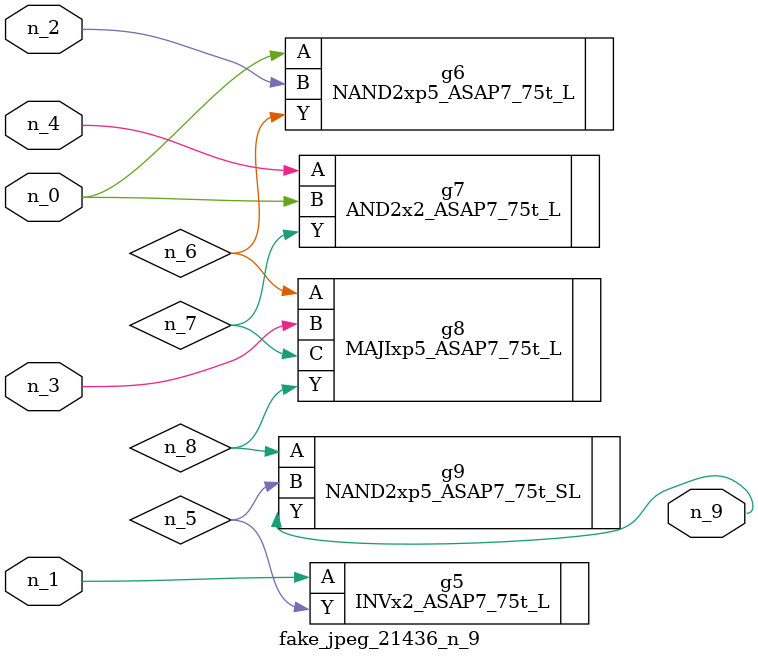
<source format=v>
module fake_jpeg_21436_n_9 (n_3, n_2, n_1, n_0, n_4, n_9);

input n_3;
input n_2;
input n_1;
input n_0;
input n_4;

output n_9;

wire n_8;
wire n_6;
wire n_5;
wire n_7;

INVx2_ASAP7_75t_L g5 ( 
.A(n_1),
.Y(n_5)
);

NAND2xp5_ASAP7_75t_L g6 ( 
.A(n_0),
.B(n_2),
.Y(n_6)
);

AND2x2_ASAP7_75t_L g7 ( 
.A(n_4),
.B(n_0),
.Y(n_7)
);

MAJIxp5_ASAP7_75t_L g8 ( 
.A(n_6),
.B(n_3),
.C(n_7),
.Y(n_8)
);

NAND2xp5_ASAP7_75t_SL g9 ( 
.A(n_8),
.B(n_5),
.Y(n_9)
);


endmodule
</source>
